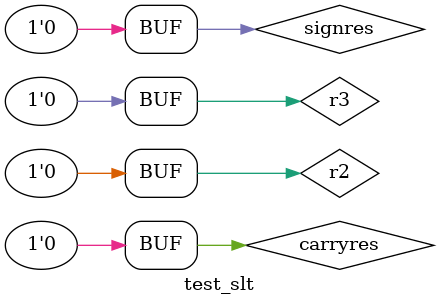
<source format=v>
`timescale 1ns / 1ps


module test_slt;

	// Inputs
	reg r2;
	reg r3;
	reg signres;
	reg carryres;

	// Outputs
	wire out;

	// Instantiate the Unit Under Test (UUT)
	slt uut (
		.out(out), 
		.r2(r2), 
		.r3(r3), 
		.signres(signres), 
		.carryres(carryres)
	);

	initial begin
		// Initialize Inputs
		r2 = 0;
		r3 = 0;
		signres = 0;
		carryres = 0;

		// Wait 100 ns for global reset to finish
		#100;
        
		// Add stimulus here
		signres = 1; carryres = 1; r2 = 1; r3 = 1; #5;
		signres = 1; carryres = 1; r2 = 1; r3 = 0; #5;
		signres = 1; carryres = 1; r2 = 0; r3 = 1; #5;
		signres = 1; carryres = 1; r2 = 0; r3 = 0; #5;
		signres = 1; carryres = 0; r2 = 1; r3 = 1; #5;
		signres = 1; carryres = 0; r2 = 1; r3 = 0; #5;
		signres = 1; carryres = 0; r2 = 0; r3 = 1; #5;
		signres = 1; carryres = 0; r2 = 0; r3 = 0; #5;
		signres = 0; carryres = 1; r2 = 1; r3 = 1; #5;
		signres = 0; carryres = 1; r2 = 1; r3 = 0; #5;
		signres = 0; carryres = 1; r2 = 0; r3 = 1; #5;
		signres = 0; carryres = 1; r2 = 0; r3 = 0; #5;
		signres = 0; carryres = 0; r2 = 1; r3 = 1; #5;
		signres = 0; carryres = 0; r2 = 1; r3 = 0; #5;
		signres = 0; carryres = 0; r2 = 0; r3 = 1; #5;
		signres = 0; carryres = 0; r2 = 0; r3 = 0; #5;

	end
      
endmodule


</source>
